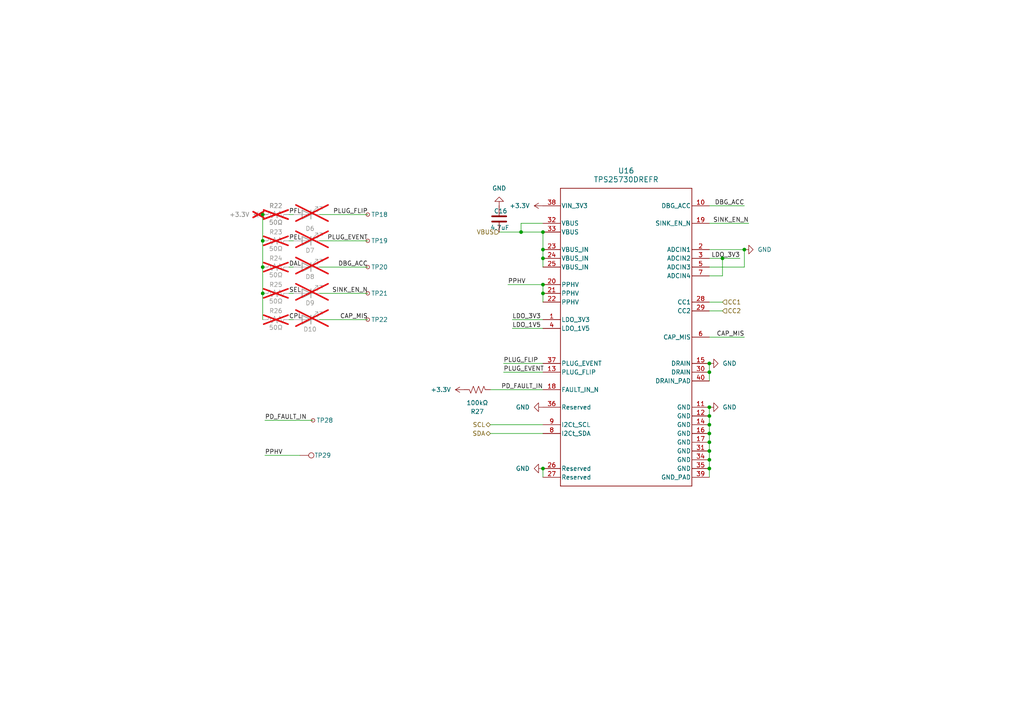
<source format=kicad_sch>
(kicad_sch (version 20231120) (generator "eeschema") (generator_version "8.0")
  (paper "A4")
  (lib_symbols
    (symbol "BMS:TPS25730DREFR" (pin_names (offset 0.254))
      (property "Reference" "U" (at 0 2.54 0))
      (property "Value" "TPS25730DREFR" (at 0 0 0))
      (symbol "TPS25730DREFR_0_1"
        (polyline (pts (xy 3.81 -81.28) (xy 41.91 -81.28)) (stroke (width 0.2032)))
        (polyline (pts (xy 3.81 5.08) (xy 3.81 -81.28)) (stroke (width 0.2032)))
        (polyline (pts (xy 41.91 -81.28) (xy 41.91 5.08)) (stroke (width 0.2032)))
        (polyline (pts (xy 41.91 5.08) (xy 3.81 5.08)) (stroke (width 0.2032)))
        (pin unspecified line (at -1.27 -33.02 0) (length 5.08) (name "LDO_3V3") (number "1"))
        (pin open_collector line (at 46.99 0 180) (length 5.08) (name "DBG_ACC") (number "10"))
        (pin power_in line (at 46.99 -58.42 180) (length 5.08) (name "GND") (number "11"))
        (pin power_in line (at 46.99 -60.96 180) (length 5.08) (name "GND") (number "12"))
        (pin open_collector line (at -1.27 -48.26 0) (length 5.08) (name "PLUG_FLIP") (number "13"))
        (pin power_in line (at 46.99 -63.5 180) (length 5.08) (name "GND") (number "14"))
        (pin unspecified line (at 46.99 -45.72 180) (length 5.08) (name "DRAIN") (number "15"))
        (pin power_in line (at 46.99 -66.04 180) (length 5.08) (name "GND") (number "16"))
        (pin power_in line (at 46.99 -68.58 180) (length 5.08) (name "GND") (number "17"))
        (pin input line (at -1.27 -53.34 0) (length 5.08) (name "FAULT_IN_N") (number "18"))
        (pin open_collector line (at 46.99 -5.08 180) (length 5.08) (name "SINK_EN_N") (number "19"))
        (pin unspecified line (at 46.99 -12.7 180) (length 5.08) (name "ADCIN1") (number "2"))
        (pin power_in line (at -1.27 -22.86 0) (length 5.08) (name "PPHV") (number "20"))
        (pin power_in line (at -1.27 -25.4 0) (length 5.08) (name "PPHV") (number "21"))
        (pin power_in line (at -1.27 -27.94 0) (length 5.08) (name "PPHV") (number "22"))
        (pin power_in line (at -1.27 -12.7 0) (length 5.08) (name "VBUS_IN") (number "23"))
        (pin power_in line (at -1.27 -15.24 0) (length 5.08) (name "VBUS_IN") (number "24"))
        (pin power_in line (at -1.27 -17.78 0) (length 5.08) (name "VBUS_IN") (number "25"))
        (pin unspecified line (at -1.27 -76.2 0) (length 5.08) (name "Reserved") (number "26"))
        (pin unspecified line (at -1.27 -78.74 0) (length 5.08) (name "Reserved") (number "27"))
        (pin unspecified line (at 46.99 -27.94 180) (length 5.08) (name "CC1") (number "28"))
        (pin unspecified line (at 46.99 -30.48 180) (length 5.08) (name "CC2") (number "29"))
        (pin unspecified line (at 46.99 -15.24 180) (length 5.08) (name "ADCIN2") (number "3"))
        (pin unspecified line (at 46.99 -48.26 180) (length 5.08) (name "DRAIN") (number "30"))
        (pin power_in line (at 46.99 -71.12 180) (length 5.08) (name "GND") (number "31"))
        (pin power_in line (at -1.27 -5.08 0) (length 5.08) (name "VBUS") (number "32"))
        (pin power_in line (at -1.27 -7.62 0) (length 5.08) (name "VBUS") (number "33"))
        (pin power_in line (at 46.99 -73.66 180) (length 5.08) (name "GND") (number "34"))
        (pin power_in line (at 46.99 -76.2 180) (length 5.08) (name "GND") (number "35"))
        (pin unspecified line (at -1.27 -58.42 0) (length 5.08) (name "Reserved") (number "36"))
        (pin open_collector line (at -1.27 -45.72 0) (length 5.08) (name "PLUG_EVENT") (number "37"))
        (pin power_in line (at -1.27 0 0) (length 5.08) (name "VIN_3V3") (number "38"))
        (pin power_in line (at 46.99 -78.74 180) (length 5.08) (name "GND_PAD") (number "39"))
        (pin unspecified line (at -1.27 -35.56 0) (length 5.08) (name "LDO_1V5") (number "4"))
        (pin unspecified line (at 46.99 -50.8 180) (length 5.08) (name "DRAIN_PAD") (number "40"))
        (pin unspecified line (at 46.99 -17.78 180) (length 5.08) (name "ADCIN3") (number "5"))
        (pin open_collector line (at 46.99 -38.1 180) (length 5.08) (name "CAP_MIS") (number "6"))
        (pin unspecified line (at 46.99 -20.32 180) (length 5.08) (name "ADCIN4") (number "7"))
        (pin bidirectional line (at -1.27 -66.04 0) (length 5.08) (name "I2Ct_SDA") (number "8"))
        (pin input line (at -1.27 -63.5 0) (length 5.08) (name "I2Ct_SCL") (number "9"))
      )
    )
    (symbol "Connector:TestPoint" (pin_numbers hide) (pin_names (offset 0.762) hide)
      (property "Reference" "TP" (at 0 6.858 0))
      (property "Value" "TestPoint" (at 0 5.08 0))
      (symbol "TestPoint_0_1"
        (circle (center 0 3.302) (radius 0.762))
      )
      (symbol "TestPoint_1_1"
        (pin passive line (at 0 0 90) (length 2.54) (name "1") (number "1"))
      )
    )
    (symbol "Connector:TestPoint_Small" (pin_numbers hide) (pin_names (offset 0.762) hide)
      (property "Reference" "TP" (at 0 3.81 0))
      (property "Value" "TestPoint_Small" (at 0 2.032 0))
      (symbol "TestPoint_Small_0_1"
        (circle (center 0 0) (radius 0.508))
      )
      (symbol "TestPoint_Small_1_1"
        (pin passive line (at 0 0 90) (length 0) (name "1") (number "1"))
      )
    )
    (symbol "Device:C" (pin_numbers hide) (pin_names (offset 0.254))
      (property "Reference" "C" (at 0.635 2.54 0))
      (property "Value" "C" (at 0.635 -2.54 0))
      (symbol "C_0_1"
        (polyline (pts (xy -2.032 -0.762) (xy 2.032 -0.762)) (stroke (width 0.508)))
        (polyline (pts (xy -2.032 0.762) (xy 2.032 0.762)) (stroke (width 0.508)))
      )
      (symbol "C_1_1"
        (pin passive line (at 0 3.81 270) (length 2.794) (name "~") (number "1"))
        (pin passive line (at 0 -3.81 90) (length 2.794) (name "~") (number "2"))
      )
    )
    (symbol "Device:LED" (pin_numbers hide) (pin_names (offset 1.016) hide)
      (property "Reference" "D" (at 0 2.54 0))
      (property "Value" "LED" (at 0 -2.54 0))
      (symbol "LED_0_1"
        (polyline (pts (xy -1.27 -1.27) (xy -1.27 1.27)) (stroke (width 0.254)))
        (polyline (pts (xy -1.27 0) (xy 1.27 0)))
        (polyline (pts (xy 1.27 -1.27) (xy 1.27 1.27) (xy -1.27 0) (xy 1.27 -1.27)) (stroke (width 0.254)))
        (polyline (pts (xy -3.048 -0.762) (xy -4.572 -2.286) (xy -3.81 -2.286) (xy -4.572 -2.286) (xy -4.572 -1.524)))
        (polyline (pts (xy -1.778 -0.762) (xy -3.302 -2.286) (xy -2.54 -2.286) (xy -3.302 -2.286) (xy -3.302 -1.524)))
      )
      (symbol "LED_1_1"
        (pin passive line (at -3.81 0 0) (length 2.54) (name "K") (number "1"))
        (pin passive line (at 3.81 0 180) (length 2.54) (name "A") (number "2"))
      )
    )
    (symbol "Device:R_US" (pin_numbers hide) (pin_names (offset 0))
      (property "Reference" "R" (at 2.54 0 90))
      (property "Value" "R_US" (at -2.54 0 90))
      (symbol "R_US_0_1"
        (polyline (pts (xy 0 -2.286) (xy 0 -2.54)))
        (polyline (pts (xy 0 2.286) (xy 0 2.54)))
        (polyline (pts (xy 0 -0.762) (xy 1.016 -1.143) (xy 0 -1.524) (xy -1.016 -1.905) (xy 0 -2.286)))
        (polyline (pts (xy 0 0.762) (xy 1.016 0.381) (xy 0 0) (xy -1.016 -0.381) (xy 0 -0.762)))
        (polyline (pts (xy 0 2.286) (xy 1.016 1.905) (xy 0 1.524) (xy -1.016 1.143) (xy 0 0.762)))
      )
      (symbol "R_US_1_1"
        (pin passive line (at 0 3.81 270) (length 1.27) (name "~") (number "1"))
        (pin passive line (at 0 -3.81 90) (length 1.27) (name "~") (number "2"))
      )
    )
    (symbol "power:+3.3V" (power) (pin_numbers hide) (pin_names (offset 0) hide)
      (property "Value" "+3.3V" (at 0 3.556 0))
      (symbol "+3.3V_0_1"
        (polyline (pts (xy -0.762 1.27) (xy 0 2.54)))
        (polyline (pts (xy 0 0) (xy 0 2.54)))
        (polyline (pts (xy 0 2.54) (xy 0.762 1.27)))
      )
      (symbol "+3.3V_1_1"
        (pin power_in line (at 0 0 90) (length 0) (name "~") (number "1"))
      )
    )
    (symbol "power:GND" (power) (pin_numbers hide) (pin_names (offset 0) hide)
      (property "Value" "GND" (at 0 -3.81 0))
      (symbol "GND_0_1"
        (polyline (pts (xy 0 0) (xy 0 -1.27) (xy 1.27 -1.27) (xy 0 -2.54) (xy -1.27 -1.27) (xy 0 -1.27)))
      )
      (symbol "GND_1_1"
        (pin power_in line (at 0 0 270) (length 0) (name "~") (number "1"))
      )
    )
  )
  (junction (at 76.2 77.47))
  (junction (at 205.74 118.11))
  (junction (at 205.74 130.81))
  (junction (at 209.55 74.93))
  (junction (at 157.48 72.39))
  (junction (at 205.74 133.35))
  (junction (at 157.48 74.93))
  (junction (at 76.2 69.85))
  (junction (at 157.48 85.09))
  (junction (at 215.9 72.39))
  (junction (at 157.48 67.31))
  (junction (at 205.74 120.65))
  (junction (at 76.2 62.23))
  (junction (at 205.74 125.73))
  (junction (at 205.74 123.19))
  (junction (at 205.74 128.27))
  (junction (at 205.74 135.89))
  (junction (at 151.13 67.31))
  (junction (at 157.48 82.55))
  (junction (at 205.74 105.41))
  (junction (at 205.74 107.95))
  (junction (at 76.2 85.09))
  (junction (at 157.48 135.89))
  (wire (pts (xy 146.05 105.41) (xy 157.48 105.41)))
  (wire (pts (xy 144.78 67.31) (xy 151.13 67.31)))
  (wire (pts (xy 209.55 74.93) (xy 205.74 74.93)))
  (wire (pts (xy 205.74 118.11) (xy 205.74 120.65)))
  (wire (pts (xy 151.13 67.31) (xy 157.48 67.31)))
  (wire (pts (xy 148.59 95.25) (xy 157.48 95.25)))
  (wire (pts (xy 205.74 107.95) (xy 205.74 110.49)))
  (wire (pts (xy 157.48 67.31) (xy 157.48 72.39)))
  (wire (pts (xy 209.55 80.01) (xy 205.74 80.01)))
  (wire (pts (xy 85.09 62.23) (xy 83.82 62.23)))
  (wire (pts (xy 76.2 77.47) (xy 76.2 85.09)))
  (wire (pts (xy 86.995 132.08) (xy 76.835 132.08)))
  (wire (pts (xy 85.09 69.85) (xy 83.82 69.85)))
  (wire (pts (xy 92.71 69.85) (xy 106.68 69.85)))
  (wire (pts (xy 205.74 133.35) (xy 205.74 135.89)))
  (wire (pts (xy 214.63 74.93) (xy 209.55 74.93)))
  (wire (pts (xy 157.48 82.55) (xy 147.32 82.55)))
  (wire (pts (xy 151.13 64.77) (xy 157.48 64.77)))
  (wire (pts (xy 205.74 105.41) (xy 205.74 107.95)))
  (wire (pts (xy 76.2 62.23) (xy 76.2 69.85)))
  (wire (pts (xy 209.55 74.93) (xy 209.55 80.01)))
  (wire (pts (xy 205.74 130.81) (xy 205.74 133.35)))
  (wire (pts (xy 142.24 113.03) (xy 157.48 113.03)))
  (wire (pts (xy 205.74 128.27) (xy 205.74 130.81)))
  (wire (pts (xy 157.48 135.89) (xy 157.48 138.43)))
  (wire (pts (xy 157.48 85.09) (xy 157.48 87.63)))
  (wire (pts (xy 157.48 72.39) (xy 157.48 74.93)))
  (wire (pts (xy 209.55 90.17) (xy 205.74 90.17)))
  (wire (pts (xy 209.55 87.63) (xy 205.74 87.63)))
  (wire (pts (xy 142.24 123.19) (xy 157.48 123.19)))
  (wire (pts (xy 205.74 125.73) (xy 205.74 128.27)))
  (wire (pts (xy 148.59 92.71) (xy 157.48 92.71)))
  (wire (pts (xy 92.71 77.47) (xy 106.68 77.47)))
  (wire (pts (xy 215.9 77.47) (xy 205.74 77.47)))
  (wire (pts (xy 90.805 121.92) (xy 76.835 121.92)))
  (wire (pts (xy 205.74 135.89) (xy 205.74 138.43)))
  (wire (pts (xy 215.9 72.39) (xy 205.74 72.39)))
  (wire (pts (xy 106.68 92.71) (xy 92.71 92.71)))
  (wire (pts (xy 76.2 85.09) (xy 76.2 92.71)))
  (wire (pts (xy 85.09 77.47) (xy 83.82 77.47)))
  (wire (pts (xy 157.48 82.55) (xy 157.48 85.09)))
  (wire (pts (xy 92.71 62.23) (xy 106.68 62.23)))
  (wire (pts (xy 205.74 123.19) (xy 205.74 125.73)))
  (wire (pts (xy 85.09 92.71) (xy 83.82 92.71)))
  (wire (pts (xy 157.48 74.93) (xy 157.48 77.47)))
  (wire (pts (xy 146.05 107.95) (xy 157.48 107.95)))
  (wire (pts (xy 215.9 72.39) (xy 215.9 77.47)))
  (wire (pts (xy 85.09 85.09) (xy 83.82 85.09)))
  (wire (pts (xy 92.71 85.09) (xy 106.68 85.09)))
  (wire (pts (xy 205.74 120.65) (xy 205.74 123.19)))
  (wire (pts (xy 142.24 125.73) (xy 157.48 125.73)))
  (wire (pts (xy 151.13 67.31) (xy 151.13 64.77)))
  (wire (pts (xy 217.17 64.77) (xy 205.74 64.77)))
  (wire (pts (xy 76.2 69.85) (xy 76.2 77.47)))
  (wire (pts (xy 215.9 97.79) (xy 205.74 97.79)))
  (wire (pts (xy 215.9 59.69) (xy 205.74 59.69)))
  (label "CAP_MIS" (at 215.9 97.79 180))
  (label "SEL" (at 83.82 85.09 0))
  (label "CPL" (at 83.82 92.71 0))
  (label "PD_FAULT_IN" (at 157.48 113.03 180))
  (label "PD_FAULT_IN" (at 76.835 121.92 0))
  (label "PFL" (at 83.82 62.23 0))
  (label "PLUG_EVENT" (at 106.68 69.85 180))
  (label "DAL" (at 83.82 77.47 0))
  (label "DBG_ACC" (at 106.68 77.47 180))
  (label "PLUG_FLIP" (at 106.68 62.23 180))
  (label "LDO_1V5" (at 148.59 95.25 0))
  (label "CAP_MIS" (at 106.68 92.71 180))
  (label "SINK_EN_N" (at 217.17 64.77 180))
  (label "PPHV" (at 147.32 82.55 0))
  (label "LDO_3V3" (at 148.59 92.71 0))
  (label "DBG_ACC" (at 215.9 59.69 180))
  (label "PPHV" (at 76.835 132.08 0))
  (label "LDO_3V3" (at 214.63 74.93 180))
  (label "SINK_EN_N" (at 106.68 85.09 180))
  (label "PLUG_FLIP" (at 146.05 105.41 0))
  (label "PEL" (at 83.82 69.85 0))
  (label "PLUG_EVENT" (at 146.05 107.95 0))
  (hierarchical_label "SCL" (shape bidirectional) (at 142.24 123.19 180))
  (hierarchical_label "SDA" (shape bidirectional) (at 142.24 125.73 180))
  (hierarchical_label "VBUS" (shape input) (at 144.78 67.31 180))
  (hierarchical_label "CC1" (shape input) (at 209.55 87.63 0))
  (hierarchical_label "CC2" (shape input) (at 209.55 90.17 0))
  (symbol (lib_id "Device:LED") (at 88.9 92.71 180) (unit 1) (on_board no) (dnp yes)
    (property "Reference" "D10" (at 89.916 95.504 0))
    (property "Value" "KT-0603R" (effects (hide yes)))
    (property "Footprint" "LED_SMD:LED_0603_1608Metric" (effects (hide yes)))
    (property "Description" "Light emitting diode" (effects (hide yes)))
  )
  (symbol (lib_id "Connector:TestPoint_Small") (at 106.68 85.09 0) (mirror y) (unit 1)
    (property "Reference" "TP21" (at 112.522 85.09 0) (effects (justify left)))
    (property "Value" "TestPoint_Small" (effects (hide yes)))
    (property "Footprint" "TestPoint:TestPoint_Pad_D1.0mm" (effects (hide yes)))
    (property "Description" "test point" (effects (hide yes)))
  )
  (symbol (lib_id "BMS:TPS25730DREFR") (at 158.75 59.69 0) (unit 1)
    (property "Reference" "U16" (at 181.61 49.53 0) (effects (font (size 1.524 1.524))))
    (property "Value" "TPS25730DREFR" (at 181.61 52.07 0) (effects (font (size 1.524 1.524))))
    (property "Footprint" "Library:REF0038A-MFG" (effects (hide yes)))
    (property "Datasheet" "TPS25730DREFR" (effects (hide yes)))
  )
  (symbol (lib_id "Connector:TestPoint_Small") (at 106.68 92.71 0) (mirror y) (unit 1)
    (property "Reference" "TP22" (at 112.522 92.71 0) (effects (justify left)))
    (property "Value" "TestPoint_Small" (effects (hide yes)))
    (property "Footprint" "TestPoint:TestPoint_Pad_D1.0mm" (effects (hide yes)))
    (property "Description" "test point" (effects (hide yes)))
  )
  (symbol (lib_id "power:+3.3V") (at 157.48 59.69 90) (mirror x) (unit 1)
    (property "Reference" "#PWR0100" (effects (hide yes)))
    (property "Value" "+3.3V" (at 153.67 59.6899 90) (effects (justify left)))
    (property "Description" "Power symbol creates a global label with name \"+3.3V\"" (effects (hide yes)))
  )
  (symbol (lib_id "power:GND") (at 157.48 118.11 270) (unit 1)
    (property "Reference" "#PWR0105" (effects (hide yes)))
    (property "Value" "GND" (at 153.67 118.1099 90) (effects (justify right)))
    (property "Description" "Power symbol creates a global label with name \"GND\" , ground" (effects (hide yes)))
  )
  (symbol (lib_id "power:GND") (at 215.9 72.39 90) (unit 1)
    (property "Reference" "#PWR0102" (effects (hide yes)))
    (property "Value" "GND" (at 219.71 72.3899 90) (effects (justify right)))
    (property "Description" "Power symbol creates a global label with name \"GND\" , ground" (effects (hide yes)))
  )
  (symbol (lib_id "Device:R_US") (at 80.01 77.47 270) (unit 1) (on_board no) (dnp yes)
    (property "Reference" "R24" (at 80.01 74.93 90))
    (property "Value" "50Ω" (at 80.01 79.756 90))
    (property "Footprint" "Resistor_SMD:R_0603_1608Metric_Pad0.98x0.95mm_HandSolder" (effects (hide yes)))
    (property "Description" "Resistor, US symbol" (effects (hide yes)))
  )
  (symbol (lib_id "power:GND") (at 144.78 59.69 180) (unit 1)
    (property "Reference" "#PWR099" (effects (hide yes)))
    (property "Value" "GND" (at 144.78 54.61 0))
    (property "Description" "Power symbol creates a global label with name \"GND\" , ground" (effects (hide yes)))
  )
  (symbol (lib_id "power:GND") (at 205.74 105.41 90) (unit 1)
    (property "Reference" "#PWR0103" (effects (hide yes)))
    (property "Value" "GND" (at 209.55 105.4099 90) (effects (justify right)))
    (property "Description" "Power symbol creates a global label with name \"GND\" , ground" (effects (hide yes)))
  )
  (symbol (lib_id "Connector:TestPoint") (at 86.995 132.08 270) (mirror x) (unit 1)
    (property "Reference" "TP29" (at 93.599 132.08 90))
    (property "Value" "TestPoint" (effects (hide yes)))
    (property "Footprint" "TestPoint:TestPoint_Pad_D3.0mm" (effects (hide yes)))
    (property "Description" "test point" (effects (hide yes)))
  )
  (symbol (lib_id "Device:LED") (at 88.9 85.09 180) (unit 1) (on_board no) (dnp yes)
    (property "Reference" "D9" (at 89.916 87.884 0))
    (property "Value" "KT-0603R" (effects (hide yes)))
    (property "Footprint" "LED_SMD:LED_0603_1608Metric" (effects (hide yes)))
    (property "Description" "Light emitting diode" (effects (hide yes)))
  )
  (symbol (lib_id "power:+3.3V") (at 76.2 62.23 90) (mirror x) (unit 1) (on_board no) (dnp yes)
    (property "Reference" "#PWR0101" (effects (hide yes)))
    (property "Value" "+3.3V" (at 72.39 62.2299 90) (effects (justify left)))
    (property "Description" "Power symbol creates a global label with name \"+3.3V\"" (effects (hide yes)))
  )
  (symbol (lib_id "Connector:TestPoint_Small") (at 106.68 62.23 0) (mirror y) (unit 1)
    (property "Reference" "TP18" (at 112.522 62.23 0) (effects (justify left)))
    (property "Value" "TestPoint_Small" (effects (hide yes)))
    (property "Footprint" "TestPoint:TestPoint_Pad_D1.0mm" (effects (hide yes)))
    (property "Description" "test point" (effects (hide yes)))
  )
  (symbol (lib_id "power:GND") (at 205.74 118.11 90) (mirror x) (unit 1)
    (property "Reference" "#PWR0106" (effects (hide yes)))
    (property "Value" "GND" (at 209.55 118.1099 90) (effects (justify right)))
    (property "Description" "Power symbol creates a global label with name \"GND\" , ground" (effects (hide yes)))
  )
  (symbol (lib_id "Device:R_US") (at 80.01 62.23 270) (unit 1) (on_board no) (dnp yes)
    (property "Reference" "R22" (at 80.01 59.69 90))
    (property "Value" "50Ω" (at 80.01 64.516 90))
    (property "Footprint" "Resistor_SMD:R_0603_1608Metric_Pad0.98x0.95mm_HandSolder" (effects (hide yes)))
    (property "Description" "Resistor, US symbol" (effects (hide yes)))
  )
  (symbol (lib_id "power:+3.3V") (at 134.62 113.03 90) (mirror x) (unit 1)
    (property "Reference" "#PWR0104" (effects (hide yes)))
    (property "Value" "+3.3V" (at 130.81 113.0299 90) (effects (justify left)))
    (property "Description" "Power symbol creates a global label with name \"+3.3V\"" (effects (hide yes)))
  )
  (symbol (lib_id "Device:R_US") (at 80.01 69.85 270) (unit 1) (on_board no) (dnp yes)
    (property "Reference" "R23" (at 80.01 67.31 90))
    (property "Value" "50Ω" (at 80.01 72.136 90))
    (property "Footprint" "Resistor_SMD:R_0603_1608Metric_Pad0.98x0.95mm_HandSolder" (effects (hide yes)))
    (property "Description" "Resistor, US symbol" (effects (hide yes)))
  )
  (symbol (lib_id "Device:R_US") (at 80.01 85.09 270) (unit 1) (on_board no) (dnp yes)
    (property "Reference" "R25" (at 80.01 82.55 90))
    (property "Value" "50Ω" (at 80.01 87.376 90))
    (property "Footprint" "Resistor_SMD:R_0603_1608Metric_Pad0.98x0.95mm_HandSolder" (effects (hide yes)))
    (property "Description" "Resistor, US symbol" (effects (hide yes)))
  )
  (symbol (lib_id "Connector:TestPoint_Small") (at 106.68 77.47 0) (mirror y) (unit 1)
    (property "Reference" "TP20" (at 112.522 77.47 0) (effects (justify left)))
    (property "Value" "TestPoint_Small" (effects (hide yes)))
    (property "Footprint" "TestPoint:TestPoint_Pad_D1.0mm" (effects (hide yes)))
    (property "Description" "test point" (effects (hide yes)))
  )
  (symbol (lib_id "Connector:TestPoint_Small") (at 106.68 69.85 0) (mirror y) (unit 1)
    (property "Reference" "TP19" (at 112.522 69.85 0) (effects (justify left)))
    (property "Value" "TestPoint_Small" (effects (hide yes)))
    (property "Footprint" "TestPoint:TestPoint_Pad_D1.0mm" (effects (hide yes)))
    (property "Description" "test point" (effects (hide yes)))
  )
  (symbol (lib_id "Device:LED") (at 88.9 69.85 180) (unit 1) (on_board no) (dnp yes)
    (property "Reference" "D7" (at 89.916 72.644 0))
    (property "Value" "KT-0603R" (effects (hide yes)))
    (property "Footprint" "LED_SMD:LED_0603_1608Metric" (effects (hide yes)))
    (property "Description" "Light emitting diode" (effects (hide yes)))
  )
  (symbol (lib_id "power:GND") (at 157.48 135.89 270) (unit 1)
    (property "Reference" "#PWR0108" (effects (hide yes)))
    (property "Value" "GND" (at 153.67 135.8899 90) (effects (justify right)))
    (property "Description" "Power symbol creates a global label with name \"GND\" , ground" (effects (hide yes)))
  )
  (symbol (lib_id "Connector:TestPoint_Small") (at 90.805 121.92 0) (mirror y) (unit 1)
    (property "Reference" "TP28" (at 96.647 121.92 0) (effects (justify left)))
    (property "Value" "TestPoint_Small" (effects (hide yes)))
    (property "Footprint" "TestPoint:TestPoint_Pad_D1.0mm" (effects (hide yes)))
    (property "Description" "test point" (effects (hide yes)))
  )
  (symbol (lib_id "Device:LED") (at 88.9 77.47 180) (unit 1) (on_board no) (dnp yes)
    (property "Reference" "D8" (at 89.916 80.264 0))
    (property "Value" "KT-0603R" (effects (hide yes)))
    (property "Footprint" "LED_SMD:LED_0603_1608Metric" (effects (hide yes)))
    (property "Description" "Light emitting diode" (effects (hide yes)))
  )
  (symbol (lib_id "Device:C") (at 144.78 63.5 0) (unit 1)
    (property "Reference" "C16" (at 143.256 61.214 0) (effects (justify left)))
    (property "Value" "4.7uF" (at 142.24 66.04 0) (effects (justify left)))
    (property "Footprint" "Capacitor_SMD:C_0805_2012Metric_Pad1.18x1.45mm_HandSolder" (effects (hide yes)))
    (property "Description" "Unpolarized capacitor" (effects (hide yes)))
  )
  (symbol (lib_id "Device:LED") (at 88.9 62.23 180) (unit 1) (on_board no) (dnp yes)
    (property "Reference" "D6" (at 89.916 66.294 0))
    (property "Value" "KT-0603R" (effects (hide yes)))
    (property "Footprint" "LED_SMD:LED_0603_1608Metric" (effects (hide yes)))
    (property "Description" "Light emitting diode" (effects (hide yes)))
  )
  (symbol (lib_id "Device:R_US") (at 80.01 92.71 270) (unit 1) (on_board no) (dnp yes)
    (property "Reference" "R26" (at 80.01 90.17 90))
    (property "Value" "50Ω" (at 80.01 94.996 90))
    (property "Footprint" "Resistor_SMD:R_0603_1608Metric_Pad0.98x0.95mm_HandSolder" (effects (hide yes)))
    (property "Description" "Resistor, US symbol" (effects (hide yes)))
  )
  (symbol (lib_id "Device:R_US") (at 138.43 113.03 270) (mirror x) (unit 1)
    (property "Reference" "R27" (at 138.43 119.38 90))
    (property "Value" "100kΩ" (at 138.43 116.84 90))
    (property "Footprint" "Resistor_SMD:R_0603_1608Metric_Pad0.98x0.95mm_HandSolder" (effects (hide yes)))
    (property "Description" "Resistor, US symbol" (effects (hide yes)))
  )
)
</source>
